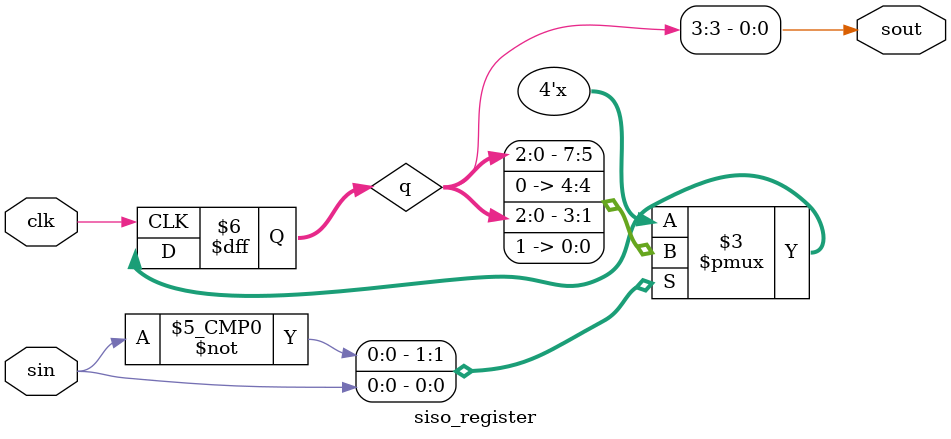
<source format=v>
module siso_register (
    input clk,
    input sin,
    output sout
);

    reg [3:0] q;

    initial q <= 4'b0000;

    always @(posedge clk) begin
        case (sin)
            1'b0: q <= {q[2:0], 1'b0};
            1'b1: q <= {q[2:0], 1'b1};
        endcase
    end

    assign sout = q[3];

endmodule
</source>
